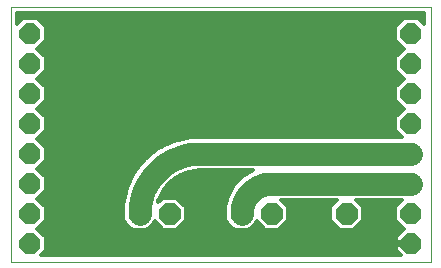
<source format=gtl>
G75*
%MOIN*%
%OFA0B0*%
%FSLAX25Y25*%
%IPPOS*%
%LPD*%
%AMOC8*
5,1,8,0,0,1.08239X$1,22.5*
%
%ADD10C,0.00000*%
%ADD11OC8,0.07000*%
%ADD12C,0.01200*%
%ADD13OC8,0.07087*%
%ADD14C,0.16992*%
%ADD15C,0.07600*%
D10*
X0005000Y0005000D02*
X0005000Y0090000D01*
X0145000Y0090000D01*
X0145000Y0005000D01*
X0005000Y0005000D01*
D11*
X0011500Y0011000D03*
X0011500Y0021000D03*
X0011500Y0031000D03*
X0011500Y0041000D03*
X0011500Y0051000D03*
X0011500Y0061000D03*
X0011500Y0071000D03*
X0011500Y0081000D03*
X0138500Y0081000D03*
X0138500Y0071000D03*
X0138500Y0061000D03*
X0138500Y0051000D03*
X0138500Y0041000D03*
X0138500Y0031000D03*
X0138500Y0021000D03*
X0138500Y0011000D03*
D12*
X0138100Y0010993D02*
X0016800Y0010993D01*
X0016800Y0012191D02*
X0133400Y0012191D01*
X0133400Y0011400D02*
X0138100Y0011400D01*
X0138100Y0010600D01*
X0133400Y0010600D01*
X0133400Y0008888D01*
X0135188Y0007100D01*
X0015095Y0007100D01*
X0016800Y0008805D01*
X0016800Y0013195D01*
X0013995Y0016000D01*
X0016800Y0018805D01*
X0016800Y0023195D01*
X0013995Y0026000D01*
X0016800Y0028805D01*
X0016800Y0033195D01*
X0013995Y0036000D01*
X0016800Y0038805D01*
X0016800Y0043195D01*
X0013995Y0046000D01*
X0016800Y0048805D01*
X0016800Y0053195D01*
X0013995Y0056000D01*
X0016800Y0058805D01*
X0016800Y0063195D01*
X0013995Y0066000D01*
X0016800Y0068805D01*
X0016800Y0073195D01*
X0013995Y0076000D01*
X0016800Y0078805D01*
X0016800Y0083195D01*
X0013695Y0086300D01*
X0009305Y0086300D01*
X0007100Y0084095D01*
X0007100Y0087900D01*
X0142900Y0087900D01*
X0142900Y0084095D01*
X0140695Y0086300D01*
X0136305Y0086300D01*
X0133200Y0083195D01*
X0133200Y0078805D01*
X0136005Y0076000D01*
X0133200Y0073195D01*
X0133200Y0068805D01*
X0136005Y0066000D01*
X0133200Y0063195D01*
X0133200Y0058805D01*
X0136005Y0056000D01*
X0133200Y0053195D01*
X0133200Y0048805D01*
X0135405Y0046600D01*
X0065116Y0046600D01*
X0059491Y0045316D01*
X0054294Y0042813D01*
X0049784Y0039216D01*
X0046187Y0034706D01*
X0043684Y0029509D01*
X0043684Y0029509D01*
X0042400Y0023884D01*
X0042400Y0019886D01*
X0042657Y0019266D01*
X0042657Y0018787D01*
X0042996Y0018448D01*
X0043253Y0017828D01*
X0044828Y0016253D01*
X0045448Y0015996D01*
X0045787Y0015657D01*
X0046266Y0015657D01*
X0046886Y0015400D01*
X0049114Y0015400D01*
X0049734Y0015657D01*
X0050213Y0015657D01*
X0050552Y0015996D01*
X0051172Y0016253D01*
X0052747Y0017828D01*
X0053002Y0018442D01*
X0055787Y0015657D01*
X0060213Y0015657D01*
X0063343Y0018787D01*
X0063343Y0023213D01*
X0060213Y0026343D01*
X0055787Y0026343D01*
X0054174Y0024731D01*
X0054408Y0025756D01*
X0055807Y0028661D01*
X0057818Y0031182D01*
X0060339Y0033193D01*
X0063244Y0034592D01*
X0066388Y0035309D01*
X0068000Y0035400D01*
X0085742Y0035400D01*
X0082421Y0033483D01*
X0079517Y0030579D01*
X0079517Y0030579D01*
X0079517Y0030579D01*
X0077463Y0027021D01*
X0076400Y0023054D01*
X0076400Y0019886D01*
X0076657Y0019266D01*
X0076657Y0018787D01*
X0076996Y0018448D01*
X0077253Y0017828D01*
X0078828Y0016253D01*
X0079448Y0015996D01*
X0079787Y0015657D01*
X0080266Y0015657D01*
X0080886Y0015400D01*
X0083114Y0015400D01*
X0083734Y0015657D01*
X0084213Y0015657D01*
X0084552Y0015996D01*
X0085172Y0016253D01*
X0086747Y0017828D01*
X0087002Y0018442D01*
X0089787Y0015657D01*
X0094213Y0015657D01*
X0097343Y0018787D01*
X0097343Y0023213D01*
X0095157Y0025400D01*
X0113843Y0025400D01*
X0111657Y0023213D01*
X0111657Y0018787D01*
X0114787Y0015657D01*
X0119213Y0015657D01*
X0122343Y0018787D01*
X0122343Y0023213D01*
X0120157Y0025400D01*
X0135405Y0025400D01*
X0133200Y0023195D01*
X0133200Y0018805D01*
X0136146Y0015859D01*
X0133400Y0013112D01*
X0133400Y0011400D01*
X0133400Y0009794D02*
X0016800Y0009794D01*
X0016591Y0008596D02*
X0133692Y0008596D01*
X0134890Y0007397D02*
X0015392Y0007397D01*
X0016606Y0013390D02*
X0133677Y0013390D01*
X0134876Y0014588D02*
X0015407Y0014588D01*
X0014209Y0015787D02*
X0045657Y0015787D01*
X0044095Y0016985D02*
X0014980Y0016985D01*
X0016179Y0018184D02*
X0043105Y0018184D01*
X0042609Y0019382D02*
X0016800Y0019382D01*
X0016800Y0020581D02*
X0042400Y0020581D01*
X0042400Y0021779D02*
X0016800Y0021779D01*
X0016800Y0022978D02*
X0042400Y0022978D01*
X0042467Y0024176D02*
X0015819Y0024176D01*
X0014621Y0025375D02*
X0042740Y0025375D01*
X0043014Y0026573D02*
X0014569Y0026573D01*
X0015767Y0027772D02*
X0043287Y0027772D01*
X0043561Y0028970D02*
X0016800Y0028970D01*
X0016800Y0030169D02*
X0044002Y0030169D01*
X0044579Y0031367D02*
X0016800Y0031367D01*
X0016800Y0032566D02*
X0045156Y0032566D01*
X0045733Y0033764D02*
X0016231Y0033764D01*
X0015033Y0034963D02*
X0046391Y0034963D01*
X0046187Y0034706D02*
X0046187Y0034706D01*
X0047347Y0036161D02*
X0014157Y0036161D01*
X0015355Y0037360D02*
X0048303Y0037360D01*
X0049259Y0038558D02*
X0016554Y0038558D01*
X0016800Y0039757D02*
X0050461Y0039757D01*
X0049784Y0039216D02*
X0049784Y0039216D01*
X0049784Y0039216D01*
X0051964Y0040955D02*
X0016800Y0040955D01*
X0016800Y0042154D02*
X0053467Y0042154D01*
X0054294Y0042813D02*
X0054294Y0042813D01*
X0055413Y0043352D02*
X0016643Y0043352D01*
X0015444Y0044551D02*
X0057902Y0044551D01*
X0059491Y0045316D02*
X0059491Y0045316D01*
X0061389Y0045749D02*
X0014246Y0045749D01*
X0014943Y0046948D02*
X0135057Y0046948D01*
X0133858Y0048146D02*
X0016142Y0048146D01*
X0016800Y0049345D02*
X0133200Y0049345D01*
X0133200Y0050543D02*
X0016800Y0050543D01*
X0016800Y0051742D02*
X0133200Y0051742D01*
X0133200Y0052940D02*
X0016800Y0052940D01*
X0015856Y0054139D02*
X0134144Y0054139D01*
X0135342Y0055337D02*
X0014658Y0055337D01*
X0014531Y0056536D02*
X0135469Y0056536D01*
X0134270Y0057734D02*
X0015730Y0057734D01*
X0016800Y0058933D02*
X0133200Y0058933D01*
X0133200Y0060132D02*
X0016800Y0060132D01*
X0016800Y0061330D02*
X0133200Y0061330D01*
X0133200Y0062529D02*
X0016800Y0062529D01*
X0016268Y0063727D02*
X0133732Y0063727D01*
X0134930Y0064926D02*
X0015070Y0064926D01*
X0014119Y0066124D02*
X0135881Y0066124D01*
X0134682Y0067323D02*
X0015318Y0067323D01*
X0016516Y0068521D02*
X0133484Y0068521D01*
X0133200Y0069720D02*
X0016800Y0069720D01*
X0016800Y0070918D02*
X0133200Y0070918D01*
X0133200Y0072117D02*
X0016800Y0072117D01*
X0016680Y0073315D02*
X0133320Y0073315D01*
X0134518Y0074514D02*
X0015482Y0074514D01*
X0014283Y0075712D02*
X0135717Y0075712D01*
X0135094Y0076911D02*
X0014906Y0076911D01*
X0016105Y0078109D02*
X0133895Y0078109D01*
X0133200Y0079308D02*
X0016800Y0079308D01*
X0016800Y0080506D02*
X0133200Y0080506D01*
X0133200Y0081705D02*
X0016800Y0081705D01*
X0016800Y0082903D02*
X0133200Y0082903D01*
X0134106Y0084102D02*
X0015894Y0084102D01*
X0014695Y0085300D02*
X0135305Y0085300D01*
X0141695Y0085300D02*
X0142900Y0085300D01*
X0142894Y0084102D02*
X0142900Y0084102D01*
X0142900Y0086499D02*
X0007100Y0086499D01*
X0007100Y0087697D02*
X0142900Y0087697D01*
X0135379Y0025375D02*
X0120182Y0025375D01*
X0121380Y0024176D02*
X0134181Y0024176D01*
X0133200Y0022978D02*
X0122343Y0022978D01*
X0122343Y0021779D02*
X0133200Y0021779D01*
X0133200Y0020581D02*
X0122343Y0020581D01*
X0122343Y0019382D02*
X0133200Y0019382D01*
X0133821Y0018184D02*
X0121740Y0018184D01*
X0120542Y0016985D02*
X0135020Y0016985D01*
X0136074Y0015787D02*
X0119343Y0015787D01*
X0114657Y0015787D02*
X0094343Y0015787D01*
X0095542Y0016985D02*
X0113458Y0016985D01*
X0112260Y0018184D02*
X0096740Y0018184D01*
X0097343Y0019382D02*
X0111657Y0019382D01*
X0111657Y0020581D02*
X0097343Y0020581D01*
X0097343Y0021779D02*
X0111657Y0021779D01*
X0111657Y0022978D02*
X0097343Y0022978D01*
X0096380Y0024176D02*
X0112620Y0024176D01*
X0113818Y0025375D02*
X0095182Y0025375D01*
X0087260Y0018184D02*
X0086895Y0018184D01*
X0085905Y0016985D02*
X0088458Y0016985D01*
X0089657Y0015787D02*
X0084343Y0015787D01*
X0079657Y0015787D02*
X0060343Y0015787D01*
X0061542Y0016985D02*
X0078095Y0016985D01*
X0077105Y0018184D02*
X0062740Y0018184D01*
X0063343Y0019382D02*
X0076609Y0019382D01*
X0076400Y0020581D02*
X0063343Y0020581D01*
X0063343Y0021779D02*
X0076400Y0021779D01*
X0076400Y0022978D02*
X0063343Y0022978D01*
X0062380Y0024176D02*
X0076701Y0024176D01*
X0077022Y0025375D02*
X0061182Y0025375D01*
X0056054Y0028970D02*
X0078588Y0028970D01*
X0077896Y0027772D02*
X0055379Y0027772D01*
X0054802Y0026573D02*
X0077343Y0026573D01*
X0077463Y0027021D02*
X0077463Y0027021D01*
X0079280Y0030169D02*
X0057009Y0030169D01*
X0058050Y0031367D02*
X0080306Y0031367D01*
X0081504Y0032566D02*
X0059552Y0032566D01*
X0061525Y0033764D02*
X0082908Y0033764D01*
X0082421Y0033483D02*
X0082421Y0033483D01*
X0084984Y0034963D02*
X0064869Y0034963D01*
X0054818Y0025375D02*
X0054321Y0025375D01*
X0053260Y0018184D02*
X0052895Y0018184D01*
X0051905Y0016985D02*
X0054458Y0016985D01*
X0055657Y0015787D02*
X0050343Y0015787D01*
X0007106Y0084102D02*
X0007100Y0084102D01*
X0007100Y0085300D02*
X0008305Y0085300D01*
D13*
X0048000Y0021000D03*
X0058000Y0021000D03*
X0068000Y0021000D03*
X0082000Y0021000D03*
X0092000Y0021000D03*
X0102000Y0021000D03*
X0117000Y0021000D03*
X0117000Y0011000D03*
D14*
X0115000Y0060000D03*
X0035000Y0060000D03*
D15*
X0068000Y0041000D02*
X0138500Y0041000D01*
X0138500Y0031000D02*
X0092000Y0031000D01*
X0091758Y0030997D01*
X0091517Y0030988D01*
X0091276Y0030974D01*
X0091035Y0030953D01*
X0090795Y0030927D01*
X0090555Y0030895D01*
X0090316Y0030857D01*
X0090079Y0030814D01*
X0089842Y0030764D01*
X0089607Y0030709D01*
X0089373Y0030649D01*
X0089141Y0030582D01*
X0088910Y0030511D01*
X0088681Y0030433D01*
X0088454Y0030350D01*
X0088229Y0030262D01*
X0088006Y0030168D01*
X0087786Y0030069D01*
X0087568Y0029964D01*
X0087353Y0029855D01*
X0087140Y0029740D01*
X0086930Y0029620D01*
X0086724Y0029495D01*
X0086520Y0029365D01*
X0086319Y0029230D01*
X0086122Y0029090D01*
X0085928Y0028946D01*
X0085738Y0028797D01*
X0085552Y0028643D01*
X0085369Y0028485D01*
X0085190Y0028323D01*
X0085015Y0028156D01*
X0084844Y0027985D01*
X0084677Y0027810D01*
X0084515Y0027631D01*
X0084357Y0027448D01*
X0084203Y0027262D01*
X0084054Y0027072D01*
X0083910Y0026878D01*
X0083770Y0026681D01*
X0083635Y0026480D01*
X0083505Y0026276D01*
X0083380Y0026070D01*
X0083260Y0025860D01*
X0083145Y0025647D01*
X0083036Y0025432D01*
X0082931Y0025214D01*
X0082832Y0024994D01*
X0082738Y0024771D01*
X0082650Y0024546D01*
X0082567Y0024319D01*
X0082489Y0024090D01*
X0082418Y0023859D01*
X0082351Y0023627D01*
X0082291Y0023393D01*
X0082236Y0023158D01*
X0082186Y0022921D01*
X0082143Y0022684D01*
X0082105Y0022445D01*
X0082073Y0022205D01*
X0082047Y0021965D01*
X0082026Y0021724D01*
X0082012Y0021483D01*
X0082003Y0021242D01*
X0082000Y0021000D01*
X0068000Y0041000D02*
X0067517Y0040994D01*
X0067034Y0040977D01*
X0066551Y0040947D01*
X0066070Y0040907D01*
X0065589Y0040854D01*
X0065110Y0040790D01*
X0064633Y0040715D01*
X0064157Y0040627D01*
X0063684Y0040529D01*
X0063214Y0040419D01*
X0062746Y0040298D01*
X0062281Y0040165D01*
X0061820Y0040021D01*
X0061362Y0039866D01*
X0060908Y0039700D01*
X0060458Y0039523D01*
X0060013Y0039336D01*
X0059572Y0039137D01*
X0059136Y0038929D01*
X0058706Y0038709D01*
X0058280Y0038479D01*
X0057861Y0038239D01*
X0057447Y0037989D01*
X0057040Y0037729D01*
X0056639Y0037460D01*
X0056244Y0037180D01*
X0055857Y0036892D01*
X0055476Y0036593D01*
X0055103Y0036286D01*
X0054738Y0035970D01*
X0054380Y0035645D01*
X0054030Y0035312D01*
X0053688Y0034970D01*
X0053355Y0034620D01*
X0053030Y0034262D01*
X0052714Y0033897D01*
X0052407Y0033524D01*
X0052108Y0033143D01*
X0051820Y0032756D01*
X0051540Y0032361D01*
X0051271Y0031960D01*
X0051011Y0031553D01*
X0050761Y0031139D01*
X0050521Y0030720D01*
X0050291Y0030294D01*
X0050071Y0029864D01*
X0049863Y0029428D01*
X0049664Y0028987D01*
X0049477Y0028542D01*
X0049300Y0028092D01*
X0049134Y0027638D01*
X0048979Y0027180D01*
X0048835Y0026719D01*
X0048702Y0026254D01*
X0048581Y0025786D01*
X0048471Y0025316D01*
X0048373Y0024843D01*
X0048285Y0024367D01*
X0048210Y0023890D01*
X0048146Y0023411D01*
X0048093Y0022930D01*
X0048053Y0022449D01*
X0048023Y0021966D01*
X0048006Y0021483D01*
X0048000Y0021000D01*
M02*

</source>
